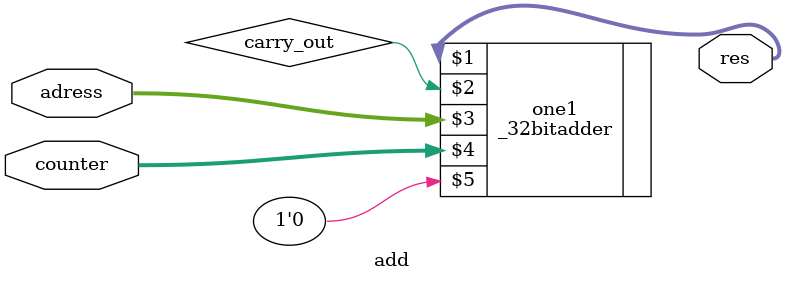
<source format=v>
module add(res, adress,counter);

output [31:0] res;
input [31:0] adress,counter;
wire carry_out;

_32bitadder one1(res, carry_out,adress,counter,1'b0);

endmodule
</source>
